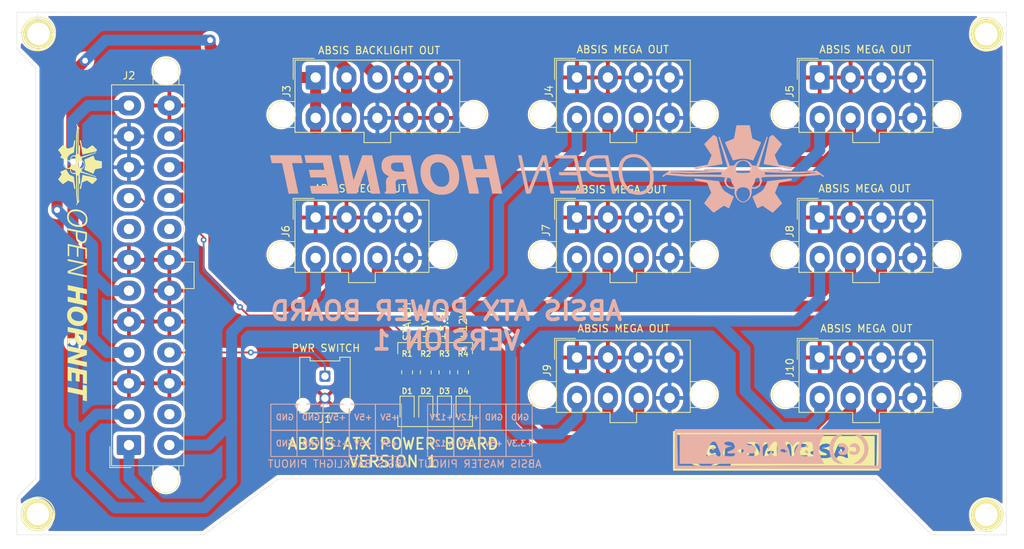
<source format=kicad_pcb>
(kicad_pcb (version 20171130) (host pcbnew "(5.1.7)-1")
  (layers (0 F.Cu mixed) (31 B.Cu mixed) (34 B.Paste user) (35 F.Paste user) (36 B.SilkS user) (37 F.SilkS user) (38 B.Mask user) (39 F.Mask user) (44 Edge.Cuts user))
  (net 0 "")
  (net 1 GND)
  (net 2 "Net-(D1-Pad1)")
  (net 3 "Net-(D2-Pad1)")
  (net 4 "Net-(D3-Pad1)")
  (net 5 "Net-(D4-Pad1)")
  (net 6 /PS_ON)
  (net 7 /+5V_SUPPLY)
  (net 8 "Net-(J2-Pad20)")
  (net 9 "Net-(J2-Pad14)")
  (net 10 /+3.3V_SUPPLY)
  (net 11 /+12V_SUPPLY)
  (net 12 /+5VSB_SUPPLY)
  (net 13 /PWR_OK)
  (module KiCAD_Libraries:CC-BY-NC-SA-Small (layer B.Cu) (at 139.192 112.776 180)
    (fp_text reference G*** hide)
    (fp_text value LOGO hide)
  )
  (module KiCAD_Libraries:OH_LOGO_75.4mm_11.9mm (layer B.Cu) (at 107.696 74.676 180)
    (fp_text reference G*** hide)
    (fp_text value LOGO hide)
  )
  (module Connector_Molex:Molex_Mini-Fit_Jr_5566-08A2_2x04_P4.20mm_Vertical (layer F.Cu) (at 144.78 62.23)
    (fp_text reference J5 (at -4.064 1.905 90) (layer F.SilkS))
    (fp_text value "MEGA BUS POWER")
    (pad "" np_thru_hole circle (at 17.3 5.04) (size 3 3) (drill 3) (layers *.Cu *.Mask))
    (pad "" np_thru_hole circle (at -4.7 5.04) (size 3 3) (drill 3) (layers *.Cu *.Mask))
    (pad 8 thru_hole oval (at 12.6 5.5) (size 2.7 3.3) (drill 1.4) (layers *.Cu *.Mask) (net 11 /+12V_SUPPLY))
    (pad 7 thru_hole oval (at 8.4 5.5) (size 2.7 3.3) (drill 1.4) (layers *.Cu *.Mask) (net 7 /+5V_SUPPLY))
    (pad 6 thru_hole oval (at 4.2 5.5) (size 2.7 3.3) (drill 1.4) (layers *.Cu *.Mask) (net 7 /+5V_SUPPLY))
    (pad 5 thru_hole oval (at 0 5.5) (size 2.7 3.3) (drill 1.4) (layers *.Cu *.Mask) (net 10 /+3.3V_SUPPLY))
    (pad 4 thru_hole oval (at 12.6 0) (size 2.7 3.3) (drill 1.4) (layers *.Cu *.Mask) (net 11 /+12V_SUPPLY))
    (pad 3 thru_hole oval (at 8.4 0) (size 2.7 3.3) (drill 1.4) (layers *.Cu *.Mask) (net 11 /+12V_SUPPLY))
    (pad 2 thru_hole oval (at 4.2 0) (size 2.7 3.3) (drill 1.4) (layers *.Cu *.Mask) (net 1 GND))
    (pad 1 thru_hole roundrect (at 0 0) (size 2.7 3.3) (drill 1.4) (layers *.Cu *.Mask) (roundrect_rratio 0.09259299999999999) (net 1 GND))
  )
  (module KiCAD_Libraries:CC-BY-NC-SA-Small (layer F.Cu) (at 138.7856 113.03)
    (fp_text reference G*** hide)
    (fp_text value LOGO hide)
  )
  (module KiCAD_Libraries:OH_LOGO_37.7mm_5.9mm (layer F.Cu) (at 44.1452 87.4268 270)
    (fp_text reference G*** hide)
    (fp_text value LOGO hide)
  )
  (module Connector_Molex:Molex_Mini-Fit_Jr_5566-08A2_2x04_P4.20mm_Vertical (layer F.Cu) (at 144.78 100.33)
    (fp_text reference J10 (at -4.064 1.397 90) (layer F.SilkS))
    (fp_text value "MEGA BUS POWER")
    (pad "" np_thru_hole circle (at 17.3 5.04) (size 3 3) (drill 3) (layers *.Cu *.Mask))
    (pad "" np_thru_hole circle (at -4.7 5.04) (size 3 3) (drill 3) (layers *.Cu *.Mask))
    (pad 8 thru_hole oval (at 12.6 5.5) (size 2.7 3.3) (drill 1.4) (layers *.Cu *.Mask) (net 11 /+12V_SUPPLY))
    (pad 7 thru_hole oval (at 8.4 5.5) (size 2.7 3.3) (drill 1.4) (layers *.Cu *.Mask) (net 7 /+5V_SUPPLY))
    (pad 6 thru_hole oval (at 4.2 5.5) (size 2.7 3.3) (drill 1.4) (layers *.Cu *.Mask) (net 7 /+5V_SUPPLY))
    (pad 5 thru_hole oval (at 0 5.5) (size 2.7 3.3) (drill 1.4) (layers *.Cu *.Mask) (net 10 /+3.3V_SUPPLY))
    (pad 4 thru_hole oval (at 12.6 0) (size 2.7 3.3) (drill 1.4) (layers *.Cu *.Mask) (net 11 /+12V_SUPPLY))
    (pad 3 thru_hole oval (at 8.4 0) (size 2.7 3.3) (drill 1.4) (layers *.Cu *.Mask) (net 11 /+12V_SUPPLY))
    (pad 2 thru_hole oval (at 4.2 0) (size 2.7 3.3) (drill 1.4) (layers *.Cu *.Mask) (net 1 GND))
    (pad 1 thru_hole roundrect (at 0 0) (size 2.7 3.3) (drill 1.4) (layers *.Cu *.Mask) (roundrect_rratio 0.09259299999999999) (net 1 GND))
  )
  (module Socket_Arduino_Mega:Arduino_1pin (layer F.Cu) (at 167.4368 56.3372)
    (fp_text reference H4 hide)
    (fp_text value MountingHole)
    (pad 1 thru_hole circle (at 0 0) (size 4.064 4.064) (drill 3.048) (layers *.Cu *.Mask F.SilkS))
  )
  (module Socket_Arduino_Mega:Arduino_1pin (layer F.Cu) (at 38.4048 121.6152)
    (fp_text reference H3 hide)
    (fp_text value MountingHole)
    (pad 1 thru_hole circle (at 0 0) (size 4.064 4.064) (drill 3.048) (layers *.Cu *.Mask F.SilkS))
  )
  (module Socket_Arduino_Mega:Arduino_1pin (layer F.Cu) (at 167.4368 121.7168)
    (fp_text reference H2 hide)
    (fp_text value MountingHole)
    (pad 1 thru_hole circle (at 0 0) (size 4.064 4.064) (drill 3.048) (layers *.Cu *.Mask F.SilkS))
  )
  (module Socket_Arduino_Mega:Arduino_1pin (layer F.Cu) (at 38.5064 56.2864)
    (fp_text reference H1 hide)
    (fp_text value MountingHole)
    (pad 1 thru_hole circle (at 0 0) (size 4.064 4.064) (drill 3.048) (layers *.Cu *.Mask F.SilkS))
  )
  (module Resistor_SMD:R_0805_2012Metric_Pad1.20x1.40mm_HandSolder (layer F.Cu) (at 96.266 102.346 90)
    (fp_text reference R4 (at 2.524 0 180) (layer F.SilkS) (effects (font (size 0.75 0.75))))
    (fp_text value 560)
    (pad 2 smd roundrect (at 1 0 90) (size 1.2 1.4) (layers F.Cu F.Paste F.Mask) (roundrect_rratio 0.208333) (net 11 /+12V_SUPPLY))
    (pad 1 smd roundrect (at -1 0 90) (size 1.2 1.4) (layers F.Cu F.Paste F.Mask) (roundrect_rratio 0.208333) (net 5 "Net-(D4-Pad1)"))
  )
  (module Resistor_SMD:R_0805_2012Metric_Pad1.20x1.40mm_HandSolder (layer F.Cu) (at 93.726 102.346 90)
    (fp_text reference R3 (at 2.524 0 180) (layer F.SilkS) (effects (font (size 0.75 0.75))))
    (fp_text value 56)
    (pad 2 smd roundrect (at 1 0 90) (size 1.2 1.4) (layers F.Cu F.Paste F.Mask) (roundrect_rratio 0.208333) (net 10 /+3.3V_SUPPLY))
    (pad 1 smd roundrect (at -1 0 90) (size 1.2 1.4) (layers F.Cu F.Paste F.Mask) (roundrect_rratio 0.208333) (net 4 "Net-(D3-Pad1)"))
  )
  (module Resistor_SMD:R_0805_2012Metric_Pad1.20x1.40mm_HandSolder (layer F.Cu) (at 91.186 102.346 90)
    (fp_text reference R2 (at 2.524 0 180) (layer F.SilkS) (effects (font (size 0.75 0.75))))
    (fp_text value 150)
    (pad 2 smd roundrect (at 1 0 90) (size 1.2 1.4) (layers F.Cu F.Paste F.Mask) (roundrect_rratio 0.208333) (net 7 /+5V_SUPPLY))
    (pad 1 smd roundrect (at -1 0 90) (size 1.2 1.4) (layers F.Cu F.Paste F.Mask) (roundrect_rratio 0.208333) (net 3 "Net-(D2-Pad1)"))
  )
  (module Resistor_SMD:R_0805_2012Metric_Pad1.20x1.40mm_HandSolder (layer F.Cu) (at 88.646 102.346 90)
    (fp_text reference R1 (at 2.524 0 180) (layer F.SilkS) (effects (font (size 0.75 0.75))))
    (fp_text value 150)
    (pad 2 smd roundrect (at 1 0 90) (size 1.2 1.4) (layers F.Cu F.Paste F.Mask) (roundrect_rratio 0.208333) (net 12 /+5VSB_SUPPLY))
    (pad 1 smd roundrect (at -1 0 90) (size 1.2 1.4) (layers F.Cu F.Paste F.Mask) (roundrect_rratio 0.208333) (net 2 "Net-(D1-Pad1)"))
  )
  (module Connector_Molex:Molex_Mini-Fit_Jr_5566-08A2_2x04_P4.20mm_Vertical (layer F.Cu) (at 111.76 100.33)
    (fp_text reference J9 (at -4.064 1.778 90) (layer F.SilkS))
    (fp_text value "MEGA BUS POWER")
    (pad "" np_thru_hole circle (at 17.3 5.04) (size 3 3) (drill 3) (layers *.Cu *.Mask))
    (pad "" np_thru_hole circle (at -4.7 5.04) (size 3 3) (drill 3) (layers *.Cu *.Mask))
    (pad 8 thru_hole oval (at 12.6 5.5) (size 2.7 3.3) (drill 1.4) (layers *.Cu *.Mask) (net 11 /+12V_SUPPLY))
    (pad 7 thru_hole oval (at 8.4 5.5) (size 2.7 3.3) (drill 1.4) (layers *.Cu *.Mask) (net 7 /+5V_SUPPLY))
    (pad 6 thru_hole oval (at 4.2 5.5) (size 2.7 3.3) (drill 1.4) (layers *.Cu *.Mask) (net 7 /+5V_SUPPLY))
    (pad 5 thru_hole oval (at 0 5.5) (size 2.7 3.3) (drill 1.4) (layers *.Cu *.Mask) (net 10 /+3.3V_SUPPLY))
    (pad 4 thru_hole oval (at 12.6 0) (size 2.7 3.3) (drill 1.4) (layers *.Cu *.Mask) (net 11 /+12V_SUPPLY))
    (pad 3 thru_hole oval (at 8.4 0) (size 2.7 3.3) (drill 1.4) (layers *.Cu *.Mask) (net 11 /+12V_SUPPLY))
    (pad 2 thru_hole oval (at 4.2 0) (size 2.7 3.3) (drill 1.4) (layers *.Cu *.Mask) (net 1 GND))
    (pad 1 thru_hole roundrect (at 0 0) (size 2.7 3.3) (drill 1.4) (layers *.Cu *.Mask) (roundrect_rratio 0.09259299999999999) (net 1 GND))
  )
  (module Connector_Molex:Molex_Mini-Fit_Jr_5566-08A2_2x04_P4.20mm_Vertical (layer F.Cu) (at 144.78 81.28)
    (fp_text reference J8 (at -4.064 1.905 90) (layer F.SilkS))
    (fp_text value "MEGA BUS POWER")
    (pad "" np_thru_hole circle (at 17.3 5.04) (size 3 3) (drill 3) (layers *.Cu *.Mask))
    (pad "" np_thru_hole circle (at -4.7 5.04) (size 3 3) (drill 3) (layers *.Cu *.Mask))
    (pad 8 thru_hole oval (at 12.6 5.5) (size 2.7 3.3) (drill 1.4) (layers *.Cu *.Mask) (net 11 /+12V_SUPPLY))
    (pad 7 thru_hole oval (at 8.4 5.5) (size 2.7 3.3) (drill 1.4) (layers *.Cu *.Mask) (net 7 /+5V_SUPPLY))
    (pad 6 thru_hole oval (at 4.2 5.5) (size 2.7 3.3) (drill 1.4) (layers *.Cu *.Mask) (net 7 /+5V_SUPPLY))
    (pad 5 thru_hole oval (at 0 5.5) (size 2.7 3.3) (drill 1.4) (layers *.Cu *.Mask) (net 10 /+3.3V_SUPPLY))
    (pad 4 thru_hole oval (at 12.6 0) (size 2.7 3.3) (drill 1.4) (layers *.Cu *.Mask) (net 11 /+12V_SUPPLY))
    (pad 3 thru_hole oval (at 8.4 0) (size 2.7 3.3) (drill 1.4) (layers *.Cu *.Mask) (net 11 /+12V_SUPPLY))
    (pad 2 thru_hole oval (at 4.2 0) (size 2.7 3.3) (drill 1.4) (layers *.Cu *.Mask) (net 1 GND))
    (pad 1 thru_hole roundrect (at 0 0) (size 2.7 3.3) (drill 1.4) (layers *.Cu *.Mask) (roundrect_rratio 0.09259299999999999) (net 1 GND))
  )
  (module Connector_Molex:Molex_Mini-Fit_Jr_5566-08A2_2x04_P4.20mm_Vertical (layer F.Cu) (at 111.76 81.28)
    (fp_text reference J7 (at -4.191 1.778 90) (layer F.SilkS))
    (fp_text value "MEGA BUS POWER")
    (pad "" np_thru_hole circle (at 17.3 5.04) (size 3 3) (drill 3) (layers *.Cu *.Mask))
    (pad "" np_thru_hole circle (at -4.7 5.04) (size 3 3) (drill 3) (layers *.Cu *.Mask))
    (pad 8 thru_hole oval (at 12.6 5.5) (size 2.7 3.3) (drill 1.4) (layers *.Cu *.Mask) (net 11 /+12V_SUPPLY))
    (pad 7 thru_hole oval (at 8.4 5.5) (size 2.7 3.3) (drill 1.4) (layers *.Cu *.Mask) (net 7 /+5V_SUPPLY))
    (pad 6 thru_hole oval (at 4.2 5.5) (size 2.7 3.3) (drill 1.4) (layers *.Cu *.Mask) (net 7 /+5V_SUPPLY))
    (pad 5 thru_hole oval (at 0 5.5) (size 2.7 3.3) (drill 1.4) (layers *.Cu *.Mask) (net 10 /+3.3V_SUPPLY))
    (pad 4 thru_hole oval (at 12.6 0) (size 2.7 3.3) (drill 1.4) (layers *.Cu *.Mask) (net 11 /+12V_SUPPLY))
    (pad 3 thru_hole oval (at 8.4 0) (size 2.7 3.3) (drill 1.4) (layers *.Cu *.Mask) (net 11 /+12V_SUPPLY))
    (pad 2 thru_hole oval (at 4.2 0) (size 2.7 3.3) (drill 1.4) (layers *.Cu *.Mask) (net 1 GND))
    (pad 1 thru_hole roundrect (at 0 0) (size 2.7 3.3) (drill 1.4) (layers *.Cu *.Mask) (roundrect_rratio 0.09259299999999999) (net 1 GND))
  )
  (module Connector_Molex:Molex_Mini-Fit_Jr_5566-08A2_2x04_P4.20mm_Vertical (layer F.Cu) (at 76.2 81.28)
    (fp_text reference J6 (at -4.064 1.905 90) (layer F.SilkS))
    (fp_text value "MEGA BUS POWER")
    (pad "" np_thru_hole circle (at 17.3 5.04) (size 3 3) (drill 3) (layers *.Cu *.Mask))
    (pad "" np_thru_hole circle (at -4.7 5.04) (size 3 3) (drill 3) (layers *.Cu *.Mask))
    (pad 8 thru_hole oval (at 12.6 5.5) (size 2.7 3.3) (drill 1.4) (layers *.Cu *.Mask) (net 11 /+12V_SUPPLY))
    (pad 7 thru_hole oval (at 8.4 5.5) (size 2.7 3.3) (drill 1.4) (layers *.Cu *.Mask) (net 7 /+5V_SUPPLY))
    (pad 6 thru_hole oval (at 4.2 5.5) (size 2.7 3.3) (drill 1.4) (layers *.Cu *.Mask) (net 7 /+5V_SUPPLY))
    (pad 5 thru_hole oval (at 0 5.5) (size 2.7 3.3) (drill 1.4) (layers *.Cu *.Mask) (net 10 /+3.3V_SUPPLY))
    (pad 4 thru_hole oval (at 12.6 0) (size 2.7 3.3) (drill 1.4) (layers *.Cu *.Mask) (net 11 /+12V_SUPPLY))
    (pad 3 thru_hole oval (at 8.4 0) (size 2.7 3.3) (drill 1.4) (layers *.Cu *.Mask) (net 11 /+12V_SUPPLY))
    (pad 2 thru_hole oval (at 4.2 0) (size 2.7 3.3) (drill 1.4) (layers *.Cu *.Mask) (net 1 GND))
    (pad 1 thru_hole roundrect (at 0 0) (size 2.7 3.3) (drill 1.4) (layers *.Cu *.Mask) (roundrect_rratio 0.09259299999999999) (net 1 GND))
  )
  (module Connector_Molex:Molex_Mini-Fit_Jr_5566-08A2_2x04_P4.20mm_Vertical (layer F.Cu) (at 111.76 62.23)
    (fp_text reference J4 (at -3.81 1.905 90) (layer F.SilkS))
    (fp_text value "MEGA BUS POWER")
    (pad "" np_thru_hole circle (at 17.3 5.04) (size 3 3) (drill 3) (layers *.Cu *.Mask))
    (pad "" np_thru_hole circle (at -4.7 5.04) (size 3 3) (drill 3) (layers *.Cu *.Mask))
    (pad 8 thru_hole oval (at 12.6 5.5) (size 2.7 3.3) (drill 1.4) (layers *.Cu *.Mask) (net 11 /+12V_SUPPLY))
    (pad 7 thru_hole oval (at 8.4 5.5) (size 2.7 3.3) (drill 1.4) (layers *.Cu *.Mask) (net 7 /+5V_SUPPLY))
    (pad 6 thru_hole oval (at 4.2 5.5) (size 2.7 3.3) (drill 1.4) (layers *.Cu *.Mask) (net 7 /+5V_SUPPLY))
    (pad 5 thru_hole oval (at 0 5.5) (size 2.7 3.3) (drill 1.4) (layers *.Cu *.Mask) (net 10 /+3.3V_SUPPLY))
    (pad 4 thru_hole oval (at 12.6 0) (size 2.7 3.3) (drill 1.4) (layers *.Cu *.Mask) (net 11 /+12V_SUPPLY))
    (pad 3 thru_hole oval (at 8.4 0) (size 2.7 3.3) (drill 1.4) (layers *.Cu *.Mask) (net 11 /+12V_SUPPLY))
    (pad 2 thru_hole oval (at 4.2 0) (size 2.7 3.3) (drill 1.4) (layers *.Cu *.Mask) (net 1 GND))
    (pad 1 thru_hole roundrect (at 0 0) (size 2.7 3.3) (drill 1.4) (layers *.Cu *.Mask) (roundrect_rratio 0.09259299999999999) (net 1 GND))
  )
  (module Connector_Molex:Molex_Mini-Fit_Jr_5566-10A2_2x05_P4.20mm_Vertical (layer F.Cu) (at 76.2 62.23)
    (fp_text reference J3 (at -3.937 1.905 90) (layer F.SilkS))
    (fp_text value "ABSIS BACKLIGHT PWR")
    (pad "" np_thru_hole circle (at 21.5 5.04) (size 3 3) (drill 3) (layers *.Cu *.Mask))
    (pad "" np_thru_hole circle (at -4.7 5.04) (size 3 3) (drill 3) (layers *.Cu *.Mask))
    (pad 10 thru_hole oval (at 16.8 5.5) (size 2.7 3.3) (drill 1.4) (layers *.Cu *.Mask) (net 1 GND))
    (pad 9 thru_hole oval (at 12.6 5.5) (size 2.7 3.3) (drill 1.4) (layers *.Cu *.Mask) (net 1 GND))
    (pad 8 thru_hole oval (at 8.4 5.5) (size 2.7 3.3) (drill 1.4) (layers *.Cu *.Mask) (net 11 /+12V_SUPPLY))
    (pad 7 thru_hole oval (at 4.2 5.5) (size 2.7 3.3) (drill 1.4) (layers *.Cu *.Mask) (net 7 /+5V_SUPPLY))
    (pad 6 thru_hole oval (at 0 5.5) (size 2.7 3.3) (drill 1.4) (layers *.Cu *.Mask) (net 7 /+5V_SUPPLY))
    (pad 5 thru_hole oval (at 16.8 0) (size 2.7 3.3) (drill 1.4) (layers *.Cu *.Mask) (net 1 GND))
    (pad 4 thru_hole oval (at 12.6 0) (size 2.7 3.3) (drill 1.4) (layers *.Cu *.Mask) (net 1 GND))
    (pad 3 thru_hole oval (at 8.4 0) (size 2.7 3.3) (drill 1.4) (layers *.Cu *.Mask) (net 7 /+5V_SUPPLY))
    (pad 2 thru_hole oval (at 4.2 0) (size 2.7 3.3) (drill 1.4) (layers *.Cu *.Mask) (net 7 /+5V_SUPPLY))
    (pad 1 thru_hole roundrect (at 0 0) (size 2.7 3.3) (drill 1.4) (layers *.Cu *.Mask) (roundrect_rratio 0.09259299999999999) (net 7 /+5V_SUPPLY))
  )
  (module Connector_Molex:Molex_Mini-Fit_Jr_5566-24A2_2x12_P4.20mm_Vertical (layer F.Cu) (at 50.8 112.24 90)
    (fp_text reference J2 (at 50.264 0 180) (layer F.SilkS))
    (fp_text value ATX-24)
    (pad "" np_thru_hole circle (at 50.9 5.04 90) (size 3 3) (drill 3) (layers *.Cu *.Mask))
    (pad "" np_thru_hole circle (at -4.7 5.04 90) (size 3 3) (drill 3) (layers *.Cu *.Mask))
    (pad 24 thru_hole oval (at 46.2 5.5 90) (size 2.7 3.3) (drill 1.4) (layers *.Cu *.Mask) (net 1 GND))
    (pad 23 thru_hole oval (at 42 5.5 90) (size 2.7 3.3) (drill 1.4) (layers *.Cu *.Mask) (net 7 /+5V_SUPPLY))
    (pad 22 thru_hole oval (at 37.8 5.5 90) (size 2.7 3.3) (drill 1.4) (layers *.Cu *.Mask) (net 7 /+5V_SUPPLY))
    (pad 21 thru_hole oval (at 33.6 5.5 90) (size 2.7 3.3) (drill 1.4) (layers *.Cu *.Mask) (net 7 /+5V_SUPPLY))
    (pad 20 thru_hole oval (at 29.4 5.5 90) (size 2.7 3.3) (drill 1.4) (layers *.Cu *.Mask) (net 8 "Net-(J2-Pad20)"))
    (pad 19 thru_hole oval (at 25.2 5.5 90) (size 2.7 3.3) (drill 1.4) (layers *.Cu *.Mask) (net 1 GND))
    (pad 18 thru_hole oval (at 21 5.5 90) (size 2.7 3.3) (drill 1.4) (layers *.Cu *.Mask) (net 1 GND))
    (pad 17 thru_hole oval (at 16.8 5.5 90) (size 2.7 3.3) (drill 1.4) (layers *.Cu *.Mask) (net 1 GND))
    (pad 16 thru_hole oval (at 12.6 5.5 90) (size 2.7 3.3) (drill 1.4) (layers *.Cu *.Mask) (net 6 /PS_ON))
    (pad 15 thru_hole oval (at 8.4 5.5 90) (size 2.7 3.3) (drill 1.4) (layers *.Cu *.Mask) (net 1 GND))
    (pad 14 thru_hole oval (at 4.2 5.5 90) (size 2.7 3.3) (drill 1.4) (layers *.Cu *.Mask) (net 9 "Net-(J2-Pad14)"))
    (pad 13 thru_hole oval (at 0 5.5 90) (size 2.7 3.3) (drill 1.4) (layers *.Cu *.Mask) (net 10 /+3.3V_SUPPLY))
    (pad 12 thru_hole oval (at 46.2 0 90) (size 2.7 3.3) (drill 1.4) (layers *.Cu *.Mask) (net 10 /+3.3V_SUPPLY))
    (pad 11 thru_hole oval (at 42 0 90) (size 2.7 3.3) (drill 1.4) (layers *.Cu *.Mask) (net 11 /+12V_SUPPLY))
    (pad 10 thru_hole oval (at 37.8 0 90) (size 2.7 3.3) (drill 1.4) (layers *.Cu *.Mask) (net 11 /+12V_SUPPLY))
    (pad 9 thru_hole oval (at 33.6 0 90) (size 2.7 3.3) (drill 1.4) (layers *.Cu *.Mask) (net 12 /+5VSB_SUPPLY))
    (pad 8 thru_hole oval (at 29.4 0 90) (size 2.7 3.3) (drill 1.4) (layers *.Cu *.Mask) (net 13 /PWR_OK))
    (pad 7 thru_hole oval (at 25.2 0 90) (size 2.7 3.3) (drill 1.4) (layers *.Cu *.Mask) (net 1 GND))
    (pad 6 thru_hole oval (at 21 0 90) (size 2.7 3.3) (drill 1.4) (layers *.Cu *.Mask) (net 7 /+5V_SUPPLY))
    (pad 5 thru_hole oval (at 16.8 0 90) (size 2.7 3.3) (drill 1.4) (layers *.Cu *.Mask) (net 1 GND))
    (pad 4 thru_hole oval (at 12.6 0 90) (size 2.7 3.3) (drill 1.4) (layers *.Cu *.Mask) (net 7 /+5V_SUPPLY))
    (pad 3 thru_hole oval (at 8.4 0 90) (size 2.7 3.3) (drill 1.4) (layers *.Cu *.Mask) (net 1 GND))
    (pad 2 thru_hole oval (at 4.2 0 90) (size 2.7 3.3) (drill 1.4) (layers *.Cu *.Mask) (net 10 /+3.3V_SUPPLY))
    (pad 1 thru_hole roundrect (at 0 0 90) (size 2.7 3.3) (drill 1.4) (layers *.Cu *.Mask) (roundrect_rratio 0.09259299999999999) (net 10 /+3.3V_SUPPLY))
  )
  (module Connector_Molex:Molex_Micro-Fit_3.0_43045-0212_2x01_P3.00mm_Vertical (layer F.Cu) (at 77.47 102.87)
    (fp_text reference J1 (at 0 5.842) (layer F.SilkS))
    (fp_text value "Power Swtich")
    (pad 2 thru_hole circle (at 0 3) (size 1.5 1.5) (drill 1) (layers *.Cu *.Mask) (net 1 GND))
    (pad 1 thru_hole roundrect (at 0 0) (size 1.5 1.5) (drill 1) (layers *.Cu *.Mask) (roundrect_rratio 0.166667) (net 6 /PS_ON))
    (pad "" np_thru_hole circle (at 3 3.94) (size 1 1) (drill 1) (layers *.Cu *.Mask))
    (pad "" np_thru_hole circle (at -3 3.94) (size 1 1) (drill 1) (layers *.Cu *.Mask))
  )
  (module LED_SMD:LED_0805_2012Metric_Pad1.15x1.40mm_HandSolder (layer F.Cu) (at 96.266 107.451 270)
    (fp_text reference D4 (at -2.549 0 180) (layer F.SilkS) (effects (font (size 0.75 0.75))))
    (fp_text value "Green LED")
    (pad 2 smd roundrect (at 1.025 0 270) (size 1.15 1.4) (layers F.Cu F.Paste F.Mask) (roundrect_rratio 0.217391) (net 1 GND))
    (pad 1 smd roundrect (at -1.025 0 270) (size 1.15 1.4) (layers F.Cu F.Paste F.Mask) (roundrect_rratio 0.217391) (net 5 "Net-(D4-Pad1)"))
  )
  (module LED_SMD:LED_0805_2012Metric_Pad1.15x1.40mm_HandSolder (layer F.Cu) (at 93.726 107.451 270)
    (fp_text reference D3 (at -2.549 0 180) (layer F.SilkS) (effects (font (size 0.75 0.75))))
    (fp_text value "Green LED")
    (pad 2 smd roundrect (at 1.025 0 270) (size 1.15 1.4) (layers F.Cu F.Paste F.Mask) (roundrect_rratio 0.217391) (net 1 GND))
    (pad 1 smd roundrect (at -1.025 0 270) (size 1.15 1.4) (layers F.Cu F.Paste F.Mask) (roundrect_rratio 0.217391) (net 4 "Net-(D3-Pad1)"))
  )
  (module LED_SMD:LED_0805_2012Metric_Pad1.15x1.40mm_HandSolder (layer F.Cu) (at 91.186 107.451 270)
    (fp_text reference D2 (at -2.549 0 180) (layer F.SilkS) (effects (font (size 0.75 0.75))))
    (fp_text value "Green LED")
    (pad 2 smd roundrect (at 1.025 0 270) (size 1.15 1.4) (layers F.Cu F.Paste F.Mask) (roundrect_rratio 0.217391) (net 1 GND))
    (pad 1 smd roundrect (at -1.025 0 270) (size 1.15 1.4) (layers F.Cu F.Paste F.Mask) (roundrect_rratio 0.217391) (net 3 "Net-(D2-Pad1)"))
  )
  (module LED_SMD:LED_0805_2012Metric_Pad1.15x1.40mm_HandSolder (layer F.Cu) (at 88.646 107.451 270)
    (fp_text reference D1 (at -2.549 0 180) (layer F.SilkS) (effects (font (size 0.75 0.75))))
    (fp_text value "Green LED")
    (pad 2 smd roundrect (at 1.025 0 270) (size 1.15 1.4) (layers F.Cu F.Paste F.Mask) (roundrect_rratio 0.217391) (net 1 GND))
    (pad 1 smd roundrect (at -1.025 0 270) (size 1.15 1.4) (layers F.Cu F.Paste F.Mask) (roundrect_rratio 0.217391) (net 2 "Net-(D1-Pad1)"))
  )
  (gr_text "ABSIS ATX POWER BOARD\nVERSION 1" (at 93.98 96.012) (layer B.SilkS) (effects (font (size 2.5 2.5) (thickness 0.5)) (justify mirror)))
  (gr_text "ABSIS MASTER PINOUT" (at 98.552 114.808) (layer B.SilkS) (effects (font (size 1 1)) (justify mirror)))
  (gr_text "ABSIS BACKLIGHT PINOUT" (at 79.248 114.808) (layer B.SilkS) (effects (font (size 1 1)) (justify mirror)))
  (gr_text GND (at 72.009 108.458) (layer B.SilkS) (effects (font (size 0.8 0.8)) (justify mirror)))
  (gr_text GND (at 72.009 112.014) (layer B.SilkS) (effects (font (size 0.8 0.8)) (justify mirror)))
  (gr_line (start 73.66 106.68) (end 70.104 106.68) (layer B.SilkS) (width 0.12))
  (gr_line (start 70.104 113.792) (end 70.104 110.236) (layer B.SilkS) (width 0.12))
  (gr_line (start 73.66 113.792) (end 70.104 113.792) (layer B.SilkS) (width 0.12))
  (gr_line (start 70.104 110.236) (end 70.104 106.68) (layer B.SilkS) (width 0.12))
  (gr_line (start 73.66 110.236) (end 70.104 110.236) (layer B.SilkS) (width 0.12))
  (gr_line (start 73.66 110.236) (end 70.104 110.236) (layer B.SilkS) (width 0.12))
  (gr_line (start 80.772 110.236) (end 80.772 106.68) (layer B.SilkS) (width 0.12))
  (gr_line (start 84.328 110.236) (end 80.772 110.236) (layer B.SilkS) (width 0.12))
  (gr_line (start 77.216 113.792) (end 77.216 110.236) (layer B.SilkS) (width 0.12))
  (gr_line (start 77.216 110.236) (end 73.66 110.236) (layer B.SilkS) (width 0.12))
  (gr_line (start 87.884 106.68) (end 84.328 106.68) (layer B.SilkS) (width 0.12))
  (gr_line (start 80.772 113.792) (end 80.772 110.236) (layer B.SilkS) (width 0.12))
  (gr_line (start 87.884 110.236) (end 84.328 110.236) (layer B.SilkS) (width 0.12))
  (gr_line (start 84.328 113.792) (end 80.772 113.792) (layer B.SilkS) (width 0.12))
  (gr_line (start 80.772 110.236) (end 77.216 110.236) (layer B.SilkS) (width 0.12))
  (gr_line (start 87.884 113.792) (end 84.328 113.792) (layer B.SilkS) (width 0.12))
  (gr_line (start 80.772 113.792) (end 80.772 110.236) (layer B.SilkS) (width 0.12))
  (gr_line (start 84.328 106.68) (end 80.772 106.68) (layer B.SilkS) (width 0.12))
  (gr_line (start 77.216 113.792) (end 73.66 113.792) (layer B.SilkS) (width 0.12))
  (gr_line (start 80.772 106.68) (end 77.216 106.68) (layer B.SilkS) (width 0.12))
  (gr_line (start 84.328 110.236) (end 84.328 106.68) (layer B.SilkS) (width 0.12))
  (gr_line (start 80.772 110.236) (end 77.216 110.236) (layer B.SilkS) (width 0.12))
  (gr_line (start 84.328 110.236) (end 80.772 110.236) (layer B.SilkS) (width 0.12))
  (gr_line (start 87.884 110.236) (end 87.884 106.68) (layer B.SilkS) (width 0.12))
  (gr_line (start 84.328 113.792) (end 84.328 110.236) (layer B.SilkS) (width 0.12))
  (gr_line (start 80.772 110.236) (end 80.772 106.68) (layer B.SilkS) (width 0.12))
  (gr_line (start 84.328 113.792) (end 84.328 110.236) (layer B.SilkS) (width 0.12))
  (gr_line (start 87.884 110.236) (end 84.328 110.236) (layer B.SilkS) (width 0.12))
  (gr_line (start 87.884 113.792) (end 87.884 110.236) (layer B.SilkS) (width 0.12))
  (gr_line (start 77.216 110.236) (end 77.216 106.68) (layer B.SilkS) (width 0.12))
  (gr_line (start 80.772 113.792) (end 77.216 113.792) (layer B.SilkS) (width 0.12))
  (gr_line (start 84.328 110.236) (end 84.328 106.68) (layer B.SilkS) (width 0.12))
  (gr_text +5V (at 82.677 108.458) (layer B.SilkS) (effects (font (size 0.8 0.8)) (justify mirror)))
  (gr_text +5V (at 82.677 112.014) (layer B.SilkS) (effects (font (size 0.8 0.8)) (justify mirror)))
  (gr_text +5V (at 79.121 108.458) (layer B.SilkS) (effects (font (size 0.8 0.8)) (justify mirror)))
  (gr_text +12V (at 79.121 112.014) (layer B.SilkS) (effects (font (size 0.8 0.8)) (justify mirror)))
  (gr_text GND (at 75.565 108.458) (layer B.SilkS) (effects (font (size 0.8 0.8)) (justify mirror)))
  (gr_text GND (at 75.565 112.014) (layer B.SilkS) (effects (font (size 0.8 0.8)) (justify mirror)))
  (gr_line (start 77.216 113.792) (end 77.216 110.236) (layer B.SilkS) (width 0.12))
  (gr_line (start 73.66 113.792) (end 73.66 110.236) (layer B.SilkS) (width 0.12))
  (gr_line (start 77.216 110.236) (end 73.66 110.236) (layer B.SilkS) (width 0.12))
  (gr_line (start 77.216 106.68) (end 73.66 106.68) (layer B.SilkS) (width 0.12))
  (gr_line (start 77.216 110.236) (end 77.216 106.68) (layer B.SilkS) (width 0.12))
  (gr_line (start 73.66 110.236) (end 73.66 106.68) (layer B.SilkS) (width 0.12))
  (gr_text +5V (at 86.233 108.458) (layer B.SilkS) (effects (font (size 0.8 0.8)) (justify mirror)))
  (gr_text +5V (at 86.233 112.014) (layer B.SilkS) (effects (font (size 0.8 0.8)) (justify mirror)))
  (gr_line (start 105.664 110.236) (end 102.108 110.236) (layer B.SilkS) (width 0.12))
  (gr_line (start 105.664 113.792) (end 102.108 113.792) (layer B.SilkS) (width 0.12))
  (gr_text GND (at 104.013 108.458) (layer B.SilkS) (effects (font (size 0.8 0.8)) (justify mirror)))
  (gr_text +3.3V (at 104.013 112.014) (layer B.SilkS) (effects (font (size 0.8 0.8)) (justify mirror)))
  (gr_line (start 105.664 113.792) (end 105.664 110.236) (layer B.SilkS) (width 0.12))
  (gr_line (start 102.108 113.792) (end 102.108 110.236) (layer B.SilkS) (width 0.12))
  (gr_line (start 105.664 110.236) (end 102.108 110.236) (layer B.SilkS) (width 0.12))
  (gr_line (start 105.664 106.68) (end 102.108 106.68) (layer B.SilkS) (width 0.12))
  (gr_line (start 105.664 110.236) (end 105.664 106.68) (layer B.SilkS) (width 0.12))
  (gr_line (start 102.108 110.236) (end 102.108 106.68) (layer B.SilkS) (width 0.12))
  (gr_line (start 102.108 110.236) (end 98.552 110.236) (layer B.SilkS) (width 0.12))
  (gr_line (start 102.108 113.792) (end 98.552 113.792) (layer B.SilkS) (width 0.12))
  (gr_text GND (at 100.457 108.458) (layer B.SilkS) (effects (font (size 0.8 0.8)) (justify mirror)))
  (gr_text +5V (at 100.457 112.014) (layer B.SilkS) (effects (font (size 0.8 0.8)) (justify mirror)))
  (gr_line (start 102.108 113.792) (end 102.108 110.236) (layer B.SilkS) (width 0.12))
  (gr_line (start 98.552 113.792) (end 98.552 110.236) (layer B.SilkS) (width 0.12))
  (gr_line (start 102.108 110.236) (end 98.552 110.236) (layer B.SilkS) (width 0.12))
  (gr_line (start 102.108 106.68) (end 98.552 106.68) (layer B.SilkS) (width 0.12))
  (gr_line (start 102.108 110.236) (end 102.108 106.68) (layer B.SilkS) (width 0.12))
  (gr_line (start 98.552 110.236) (end 98.552 106.68) (layer B.SilkS) (width 0.12))
  (gr_line (start 98.552 110.236) (end 94.996 110.236) (layer B.SilkS) (width 0.12))
  (gr_line (start 98.552 113.792) (end 94.996 113.792) (layer B.SilkS) (width 0.12))
  (gr_text +12V (at 96.901 108.458) (layer B.SilkS) (effects (font (size 0.8 0.8)) (justify mirror)))
  (gr_text +5V (at 96.901 112.014) (layer B.SilkS) (effects (font (size 0.8 0.8)) (justify mirror)))
  (gr_line (start 98.552 113.792) (end 98.552 110.236) (layer B.SilkS) (width 0.12))
  (gr_line (start 94.996 113.792) (end 94.996 110.236) (layer B.SilkS) (width 0.12))
  (gr_line (start 98.552 110.236) (end 94.996 110.236) (layer B.SilkS) (width 0.12))
  (gr_line (start 98.552 106.68) (end 94.996 106.68) (layer B.SilkS) (width 0.12))
  (gr_line (start 98.552 110.236) (end 98.552 106.68) (layer B.SilkS) (width 0.12))
  (gr_line (start 94.996 110.236) (end 94.996 106.68) (layer B.SilkS) (width 0.12))
  (gr_text +12V (at 93.345 112.014) (layer B.SilkS) (effects (font (size 0.8 0.8)) (justify mirror)))
  (gr_line (start 94.996 113.792) (end 91.44 113.792) (layer B.SilkS) (width 0.12))
  (gr_line (start 94.996 110.236) (end 91.44 110.236) (layer B.SilkS) (width 0.12))
  (gr_line (start 94.996 113.792) (end 94.996 110.236) (layer B.SilkS) (width 0.12))
  (gr_line (start 91.44 113.792) (end 91.44 110.236) (layer B.SilkS) (width 0.12))
  (gr_line (start 94.996 106.68) (end 91.44 106.68) (layer B.SilkS) (width 0.12))
  (gr_line (start 94.996 110.236) (end 94.996 106.68) (layer B.SilkS) (width 0.12))
  (gr_line (start 91.44 110.236) (end 91.44 106.68) (layer B.SilkS) (width 0.12))
  (gr_line (start 94.996 110.236) (end 91.44 110.236) (layer B.SilkS) (width 0.12))
  (gr_text +12V (at 93.345 108.458) (layer B.SilkS) (effects (font (size 0.8 0.8)) (justify mirror)))
  (gr_text "ABSIS ATX POWER BOARD\nVERSION 1" (at 86.741 113.284) (layer F.SilkS) (effects (font (size 1.5 1.5) (thickness 0.25))))
  (gr_text "PWR SWITCH" (at 77.597 99.06) (layer F.SilkS) (effects (font (size 1 1))))
  (gr_text "ABSIS MEGA OUT" (at 118.11 96.393) (layer F.SilkS) (effects (font (size 1 1))))
  (gr_text "ABSIS MEGA OUT" (at 151.13 96.393) (layer F.SilkS) (effects (font (size 1 1))))
  (gr_text "ABSIS MEGA OUT" (at 151.003 58.42) (layer F.SilkS) (effects (font (size 1 1))))
  (gr_text "ABSIS MEGA OUT" (at 150.876 77.343) (layer F.SilkS) (effects (font (size 1 1))))
  (gr_text "ABSIS MEGA OUT" (at 117.729 77.47) (layer F.SilkS) (effects (font (size 1 1))))
  (gr_text "ABSIS MEGA OUT" (at 82.296 77.343) (layer F.SilkS) (effects (font (size 1 1))))
  (gr_text "ABSIS MEGA OUT" (at 117.983 58.42) (layer F.SilkS) (effects (font (size 1 1))))
  (gr_text "ABSIS BACKLIGHT OUT" (at 84.836 58.547) (layer F.SilkS) (effects (font (size 1 1))))
  (gr_line (start 160.02 124.46) (end 170.18 124.46) (layer Edge.Cuts) (width 0.05))
  (gr_line (start 40.64 124.46) (end 60.96 124.46) (layer Edge.Cuts) (width 0.05))
  (gr_line (start 71.12 116.84) (end 60.96 124.46) (layer Edge.Cuts) (width 0.05))
  (gr_line (start 152.4 116.84) (end 71.12 116.84) (layer Edge.Cuts) (width 0.05))
  (gr_line (start 160.02 124.46) (end 152.4 116.84) (layer Edge.Cuts) (width 0.05))
  (gr_line (start 170.18 124.46) (end 170.18 53.34) (layer Edge.Cuts) (width 0.05))
  (gr_line (start 170.18 53.34) (end 40.64 53.34) (layer Edge.Cuts) (width 0.05))
  (gr_line (start 97.536 108.204) (end 97.536 109.728) (layer F.SilkS) (width 0.12))
  (gr_line (start 97.536 109.728) (end 87.376 109.728) (layer F.SilkS) (width 0.12))
  (gr_line (start 87.376 109.728) (end 87.376 108.204) (layer F.SilkS) (width 0.12))
  (gr_line (start 97.536 98.298) (end 97.536 99.822) (layer F.SilkS) (width 0.12))
  (gr_line (start 87.376 98.298) (end 97.536 98.298) (layer F.SilkS) (width 0.12))
  (gr_line (start 87.376 99.822) (end 87.376 98.298) (layer F.SilkS) (width 0.12))
  (gr_text +12V (at 96.266 98.171 90) (layer F.SilkS) (effects (font (size 1 1)) (justify left)))
  (gr_text +3.3V (at 93.726 98.171 90) (layer F.SilkS) (effects (font (size 1 1)) (justify left)))
  (gr_text +5V (at 91.186 98.171 90) (layer F.SilkS) (effects (font (size 1 1)) (justify left)))
  (gr_text STANBY (at 88.646 98.171 90) (layer F.SilkS) (effects (font (size 1 1)) (justify left)))
  (gr_line (start 38.1 60.96) (end 38.1 116.84) (layer Edge.Cuts) (width 0.05))
  (gr_line (start 35.56 124.46) (end 40.64 124.46) (layer Edge.Cuts) (width 0.05))
  (gr_line (start 35.56 119.38) (end 38.1 116.84) (layer Edge.Cuts) (width 0.05))
  (gr_line (start 35.56 124.46) (end 35.56 119.38) (layer Edge.Cuts) (width 0.05))
  (gr_line (start 35.56 58.42) (end 38.1 60.96) (layer Edge.Cuts) (width 0.05))
  (gr_line (start 35.56 53.34) (end 35.56 58.42) (layer Edge.Cuts) (width 0.05))
  (gr_line (start 35.56 53.34) (end 40.64 53.34) (layer Edge.Cuts) (width 0.05))
  (target plus (at 38.354 56.134) (size 5) (width 0.05) (layer Edge.Cuts))
  (segment (start 88.646 103.346) (end 88.646 106.426) (width 0.25) (layer F.Cu) (net 2))
  (segment (start 91.186 103.346) (end 91.186 106.426) (width 0.25) (layer F.Cu) (net 3))
  (segment (start 93.726 103.346) (end 93.726 106.426) (width 0.25) (layer F.Cu) (net 4))
  (segment (start 96.266 103.346) (end 96.266 106.426) (width 0.25) (layer F.Cu) (net 5))
  (segment (start 56.3 99.64) (end 67.382 99.64) (width 0.25) (layer F.Cu) (net 6))
  (via (at 67.382 99.64) (size 0.8) (drill 0.4) (layers F.Cu B.Cu) (net 6))
  (segment (start 67.382 99.64) (end 75.891 99.64) (width 0.25) (layer B.Cu) (net 6))
  (segment (start 77.47 101.219) (end 77.47 102.87) (width 0.25) (layer B.Cu) (net 6))
  (segment (start 75.891 99.64) (end 77.47 101.219) (width 0.25) (layer B.Cu) (net 6))
  (segment (start 56.3 78.64) (end 60.171 78.64) (width 1.5) (layer F.Cu) (net 7))
  (segment (start 60.171 78.64) (end 62.357 76.454) (width 1.5) (layer F.Cu) (net 7))
  (segment (start 66.04 62.23) (end 76.2 62.23) (width 1.5) (layer F.Cu) (net 7))
  (segment (start 62.357 65.913) (end 66.04 62.23) (width 1.5) (layer F.Cu) (net 7))
  (segment (start 58.03 70.24) (end 62.357 65.913) (width 1.5) (layer F.Cu) (net 7))
  (segment (start 56.3 70.24) (end 58.03 70.24) (width 1.5) (layer F.Cu) (net 7))
  (segment (start 58.783 74.44) (end 62.357 70.866) (width 1.5) (layer F.Cu) (net 7))
  (segment (start 56.3 74.44) (end 58.783 74.44) (width 1.5) (layer F.Cu) (net 7))
  (segment (start 62.357 70.866) (end 62.357 65.913) (width 1.5) (layer F.Cu) (net 7))
  (segment (start 62.357 76.454) (end 62.357 70.866) (width 1.5) (layer F.Cu) (net 7))
  (segment (start 80.4 67.73) (end 80.4 70.095) (width 1.5) (layer F.Cu) (net 7))
  (segment (start 80.4 70.095) (end 76.835 73.66) (width 1.5) (layer F.Cu) (net 7))
  (segment (start 65.151 73.66) (end 62.357 76.454) (width 1.5) (layer F.Cu) (net 7))
  (segment (start 76.2 69.85) (end 72.39 73.66) (width 1.5) (layer F.Cu) (net 7))
  (segment (start 76.2 67.73) (end 76.2 69.85) (width 1.5) (layer F.Cu) (net 7))
  (segment (start 72.39 73.66) (end 65.151 73.66) (width 1.5) (layer F.Cu) (net 7))
  (segment (start 76.835 73.66) (end 72.39 73.66) (width 1.5) (layer F.Cu) (net 7))
  (segment (start 76.2 67.73) (end 76.2 62.23) (width 1.5) (layer F.Cu) (net 7))
  (segment (start 80.4 67.73) (end 80.4 62.23) (width 1.5) (layer F.Cu) (net 7))
  (segment (start 66.04 62.23) (end 68.326 62.23) (width 1.5) (layer F.Cu) (net 7))
  (segment (start 68.326 62.23) (end 72.517 58.039) (width 1.5) (layer F.Cu) (net 7))
  (segment (start 80.409 58.039) (end 84.6 62.23) (width 1.5) (layer F.Cu) (net 7))
  (segment (start 80.4 61.096) (end 77.343 58.039) (width 1.5) (layer F.Cu) (net 7))
  (segment (start 80.4 62.23) (end 80.4 61.096) (width 1.5) (layer F.Cu) (net 7))
  (segment (start 77.343 58.039) (end 80.409 58.039) (width 1.5) (layer F.Cu) (net 7))
  (segment (start 72.517 58.039) (end 77.343 58.039) (width 1.5) (layer F.Cu) (net 7))
  (segment (start 62.357 76.454) (end 62.357 87.757) (width 1.5) (layer F.Cu) (net 7))
  (segment (start 62.357 87.757) (end 67.945 93.345) (width 1.5) (layer F.Cu) (net 7))
  (segment (start 84.6 91.295) (end 84.6 86.78) (width 1.5) (layer F.Cu) (net 7))
  (segment (start 82.55 93.345) (end 84.6 91.295) (width 1.5) (layer F.Cu) (net 7))
  (segment (start 80.4 89.018) (end 76.073 93.345) (width 1.5) (layer F.Cu) (net 7))
  (segment (start 80.4 86.78) (end 80.4 89.018) (width 1.5) (layer F.Cu) (net 7))
  (segment (start 76.073 93.345) (end 82.55 93.345) (width 1.5) (layer F.Cu) (net 7))
  (segment (start 67.945 93.345) (end 76.073 93.345) (width 1.5) (layer F.Cu) (net 7))
  (segment (start 120.16 91.93) (end 120.16 86.78) (width 1.5) (layer F.Cu) (net 7))
  (segment (start 118.745 93.345) (end 120.16 91.93) (width 1.5) (layer F.Cu) (net 7))
  (segment (start 115.96 91.05) (end 113.665 93.345) (width 1.5) (layer F.Cu) (net 7))
  (segment (start 115.96 86.78) (end 115.96 91.05) (width 1.5) (layer F.Cu) (net 7))
  (segment (start 113.665 93.345) (end 118.745 93.345) (width 1.5) (layer F.Cu) (net 7))
  (segment (start 153.18 92.565) (end 153.18 86.78) (width 1.5) (layer F.Cu) (net 7))
  (segment (start 152.4 93.345) (end 153.18 92.565) (width 1.5) (layer F.Cu) (net 7))
  (segment (start 148.98 86.78) (end 148.98 90.415) (width 1.5) (layer F.Cu) (net 7))
  (segment (start 146.05 93.345) (end 152.4 93.345) (width 1.5) (layer F.Cu) (net 7))
  (segment (start 148.98 90.415) (end 146.05 93.345) (width 1.5) (layer F.Cu) (net 7))
  (segment (start 118.745 93.345) (end 146.05 93.345) (width 1.5) (layer F.Cu) (net 7))
  (segment (start 153.18 70.213) (end 153.18 67.73) (width 1.5) (layer F.Cu) (net 7))
  (segment (start 149.733 73.66) (end 153.18 70.213) (width 1.5) (layer F.Cu) (net 7))
  (segment (start 148.98 70.222) (end 145.542 73.66) (width 1.5) (layer F.Cu) (net 7))
  (segment (start 148.98 67.73) (end 148.98 70.222) (width 1.5) (layer F.Cu) (net 7))
  (segment (start 145.542 73.66) (end 149.733 73.66) (width 1.5) (layer F.Cu) (net 7))
  (segment (start 120.16 71.102) (end 117.602 73.66) (width 1.5) (layer F.Cu) (net 7))
  (segment (start 120.16 67.73) (end 120.16 71.102) (width 1.5) (layer F.Cu) (net 7))
  (segment (start 117.602 73.66) (end 145.542 73.66) (width 1.5) (layer F.Cu) (net 7))
  (segment (start 115.96 67.73) (end 115.96 70.984) (width 1.5) (layer F.Cu) (net 7))
  (segment (start 115.96 70.984) (end 113.284 73.66) (width 1.5) (layer F.Cu) (net 7))
  (segment (start 113.284 73.66) (end 117.602 73.66) (width 1.5) (layer F.Cu) (net 7))
  (segment (start 76.835 73.66) (end 113.284 73.66) (width 1.5) (layer F.Cu) (net 7))
  (segment (start 96.012 93.345) (end 97.663 93.345) (width 1.5) (layer F.Cu) (net 7))
  (segment (start 96.012 93.345) (end 113.665 93.345) (width 1.5) (layer F.Cu) (net 7))
  (segment (start 97.663 93.345) (end 104.267 99.949) (width 1.5) (layer F.Cu) (net 7))
  (segment (start 104.267 99.949) (end 104.267 108.839) (width 1.5) (layer F.Cu) (net 7))
  (segment (start 104.267 108.839) (end 107.061 111.633) (width 1.5) (layer F.Cu) (net 7))
  (segment (start 153.18 109.456) (end 153.18 105.83) (width 1.5) (layer F.Cu) (net 7))
  (segment (start 151.003 111.633) (end 153.18 109.456) (width 1.5) (layer F.Cu) (net 7))
  (segment (start 148.98 107.56) (end 144.907 111.633) (width 1.5) (layer F.Cu) (net 7))
  (segment (start 148.98 105.83) (end 148.98 107.56) (width 1.5) (layer F.Cu) (net 7))
  (segment (start 144.907 111.633) (end 151.003 111.633) (width 1.5) (layer F.Cu) (net 7))
  (segment (start 120.16 109.71) (end 118.237 111.633) (width 1.5) (layer F.Cu) (net 7))
  (segment (start 120.16 105.83) (end 120.16 109.71) (width 1.5) (layer F.Cu) (net 7))
  (segment (start 118.237 111.633) (end 144.907 111.633) (width 1.5) (layer F.Cu) (net 7))
  (segment (start 115.96 108.576) (end 112.903 111.633) (width 1.5) (layer F.Cu) (net 7))
  (segment (start 115.96 105.83) (end 115.96 108.576) (width 1.5) (layer F.Cu) (net 7))
  (segment (start 112.903 111.633) (end 118.237 111.633) (width 1.5) (layer F.Cu) (net 7))
  (segment (start 107.061 111.633) (end 112.903 111.633) (width 1.5) (layer F.Cu) (net 7))
  (segment (start 91.186 95.631) (end 88.9 93.345) (width 0.25) (layer F.Cu) (net 7))
  (segment (start 91.186 101.346) (end 91.186 95.631) (width 0.25) (layer F.Cu) (net 7))
  (segment (start 88.9 93.345) (end 96.012 93.345) (width 1.5) (layer F.Cu) (net 7))
  (segment (start 82.55 93.345) (end 88.9 93.345) (width 1.5) (layer F.Cu) (net 7))
  (segment (start 50.8 99.64) (end 47.824 99.64) (width 1.5) (layer B.Cu) (net 7))
  (segment (start 47.824 99.64) (end 45.847 97.663) (width 1.5) (layer B.Cu) (net 7))
  (via (at 41.021 80.264) (size 1) (drill 0.8) (layers F.Cu B.Cu) (net 7))
  (segment (start 45.847 85.09) (end 41.021 80.264) (width 1.5) (layer B.Cu) (net 7))
  (segment (start 45.847 86.995) (end 45.847 85.09) (width 1.5) (layer B.Cu) (net 7))
  (via (at 44.831 59.944) (size 1) (drill 0.8) (layers F.Cu B.Cu) (net 7))
  (segment (start 41.021 63.754) (end 44.831 59.944) (width 1.5) (layer F.Cu) (net 7))
  (segment (start 41.021 80.264) (end 41.021 63.754) (width 1.5) (layer F.Cu) (net 7))
  (via (at 61.849 57.15) (size 1) (drill 0.8) (layers F.Cu B.Cu) (net 7))
  (segment (start 47.625 57.15) (end 61.849 57.15) (width 1.5) (layer B.Cu) (net 7))
  (segment (start 44.831 59.944) (end 47.625 57.15) (width 1.5) (layer B.Cu) (net 7))
  (segment (start 61.849 58.039) (end 66.04 62.23) (width 1.5) (layer F.Cu) (net 7))
  (segment (start 61.849 57.15) (end 61.849 58.039) (width 1.5) (layer F.Cu) (net 7))
  (segment (start 48.06 91.24) (end 45.847 89.027) (width 1.5) (layer B.Cu) (net 7))
  (segment (start 50.8 91.24) (end 48.06 91.24) (width 1.5) (layer B.Cu) (net 7))
  (segment (start 45.847 89.027) (end 45.847 86.995) (width 1.5) (layer B.Cu) (net 7))
  (segment (start 45.847 97.663) (end 45.847 89.027) (width 1.5) (layer B.Cu) (net 7))
  (segment (start 50.8 108.04) (end 46.392 108.04) (width 1.5) (layer B.Cu) (net 10))
  (segment (start 46.392 108.04) (end 44.196 110.236) (width 1.5) (layer B.Cu) (net 10))
  (segment (start 44.196 110.236) (end 44.196 116.078) (width 1.5) (layer B.Cu) (net 10))
  (segment (start 44.196 116.078) (end 48.895 120.777) (width 1.5) (layer B.Cu) (net 10))
  (segment (start 61.087 120.777) (end 64.77 117.094) (width 1.5) (layer B.Cu) (net 10))
  (segment (start 64.77 96.901) (end 66.294 95.377) (width 1.5) (layer B.Cu) (net 10))
  (segment (start 144.78 92.202) (end 144.78 86.78) (width 1.5) (layer B.Cu) (net 10))
  (segment (start 141.605 95.377) (end 144.78 92.202) (width 1.5) (layer B.Cu) (net 10))
  (segment (start 134.62 95.377) (end 141.605 95.377) (width 1.5) (layer B.Cu) (net 10))
  (segment (start 134.62 104.902) (end 139.573 109.855) (width 1.5) (layer B.Cu) (net 10))
  (segment (start 139.573 109.855) (end 143.383 109.855) (width 1.5) (layer B.Cu) (net 10))
  (segment (start 144.78 108.458) (end 144.78 105.83) (width 1.5) (layer B.Cu) (net 10))
  (segment (start 143.383 109.855) (end 144.78 108.458) (width 1.5) (layer B.Cu) (net 10))
  (segment (start 130.81 95.377) (end 134.62 99.187) (width 1.5) (layer B.Cu) (net 10))
  (segment (start 134.62 99.187) (end 134.62 104.902) (width 1.5) (layer B.Cu) (net 10))
  (segment (start 128.905 95.377) (end 130.81 95.377) (width 1.5) (layer B.Cu) (net 10))
  (segment (start 128.905 95.377) (end 134.62 95.377) (width 1.5) (layer B.Cu) (net 10))
  (segment (start 50.8 116.713) (end 54.864 120.777) (width 1.5) (layer B.Cu) (net 10))
  (segment (start 50.8 112.24) (end 50.8 116.713) (width 1.5) (layer B.Cu) (net 10))
  (segment (start 54.864 120.777) (end 61.087 120.777) (width 1.5) (layer B.Cu) (net 10))
  (segment (start 48.895 120.777) (end 54.864 120.777) (width 1.5) (layer B.Cu) (net 10))
  (segment (start 64.77 109.093) (end 64.77 96.901) (width 1.5) (layer B.Cu) (net 10))
  (segment (start 61.623 112.24) (end 64.77 109.093) (width 1.5) (layer B.Cu) (net 10))
  (segment (start 56.3 112.24) (end 61.623 112.24) (width 1.5) (layer B.Cu) (net 10))
  (segment (start 64.77 117.094) (end 64.77 109.093) (width 1.5) (layer B.Cu) (net 10))
  (segment (start 50.8 66.04) (end 45.212 66.04) (width 1.5) (layer B.Cu) (net 10))
  (segment (start 45.212 66.04) (end 43.18 68.072) (width 1.5) (layer B.Cu) (net 10))
  (segment (start 43.18 68.072) (end 43.18 73.66) (width 1.5) (layer B.Cu) (net 10))
  (via (at 43.18 73.66) (size 1) (drill 0.8) (layers F.Cu B.Cu) (net 10))
  (via (at 43.18 98.298) (size 1) (drill 0.8) (layers F.Cu B.Cu) (net 10))
  (segment (start 43.18 73.66) (end 43.18 98.298) (width 1.5) (layer F.Cu) (net 10))
  (segment (start 43.18 109.22) (end 44.196 110.236) (width 1.5) (layer B.Cu) (net 10))
  (segment (start 43.18 98.298) (end 43.18 109.22) (width 1.5) (layer B.Cu) (net 10))
  (segment (start 71.882 95.377) (end 72.39 95.377) (width 1.5) (layer B.Cu) (net 10))
  (segment (start 66.294 95.377) (end 71.882 95.377) (width 1.5) (layer B.Cu) (net 10))
  (segment (start 76.2 91.567) (end 76.2 86.78) (width 1.5) (layer B.Cu) (net 10))
  (segment (start 72.39 95.377) (end 76.2 91.567) (width 1.5) (layer B.Cu) (net 10))
  (segment (start 111.76 89.789) (end 106.172 95.377) (width 1.5) (layer B.Cu) (net 10))
  (segment (start 111.76 86.78) (end 111.76 89.789) (width 1.5) (layer B.Cu) (net 10))
  (segment (start 106.172 95.377) (end 128.905 95.377) (width 1.5) (layer B.Cu) (net 10))
  (segment (start 111.76 105.83) (end 111.76 108.458) (width 1.5) (layer B.Cu) (net 10))
  (segment (start 111.76 108.458) (end 109.474 110.744) (width 1.5) (layer B.Cu) (net 10))
  (segment (start 109.474 110.744) (end 103.886 110.744) (width 1.5) (layer B.Cu) (net 10))
  (segment (start 103.886 110.744) (end 102.743 109.601) (width 1.5) (layer B.Cu) (net 10))
  (segment (start 102.743 98.806) (end 106.172 95.377) (width 1.5) (layer B.Cu) (net 10))
  (segment (start 102.743 109.601) (end 102.743 98.806) (width 1.5) (layer B.Cu) (net 10))
  (segment (start 71.882 95.377) (end 93.726 95.377) (width 1.5) (layer B.Cu) (net 10))
  (segment (start 94.361 95.377) (end 106.172 95.377) (width 1.5) (layer B.Cu) (net 10))
  (segment (start 111.76 72.009) (end 111.76 67.73) (width 1.5) (layer B.Cu) (net 10))
  (segment (start 108.077 75.692) (end 111.76 72.009) (width 1.5) (layer B.Cu) (net 10))
  (segment (start 104.521 75.692) (end 108.077 75.692) (width 1.5) (layer B.Cu) (net 10))
  (segment (start 101.092 79.121) (end 104.521 75.692) (width 1.5) (layer B.Cu) (net 10))
  (segment (start 95.25 94.503998) (end 101.092 88.661998) (width 1.5) (layer B.Cu) (net 10))
  (segment (start 101.092 88.661998) (end 101.092 79.121) (width 1.5) (layer B.Cu) (net 10))
  (segment (start 95.25 95.377) (end 95.25 94.503998) (width 1.5) (layer B.Cu) (net 10))
  (segment (start 94.361 95.377) (end 95.25 95.377) (width 1.5) (layer B.Cu) (net 10))
  (segment (start 108.077 75.692) (end 141.224 75.692) (width 1.5) (layer B.Cu) (net 10))
  (segment (start 144.78 72.136) (end 144.78 67.73) (width 1.5) (layer B.Cu) (net 10))
  (segment (start 141.224 75.692) (end 144.78 72.136) (width 1.5) (layer B.Cu) (net 10))
  (segment (start 93.726 95.377) (end 94.361 95.377) (width 1.5) (layer B.Cu) (net 10))
  (via (at 93.726 95.377) (size 0.8) (drill 0.4) (layers F.Cu B.Cu) (net 10))
  (segment (start 93.726 95.377) (end 93.726 101.346) (width 0.25) (layer F.Cu) (net 10))
  (segment (start 96.266 101.346) (end 96.266 99.187) (width 0.25) (layer F.Cu) (net 11))
  (segment (start 96.266 99.187) (end 96.266 99.187) (width 0.25) (layer F.Cu) (net 11))
  (via (at 96.266 99.187) (size 0.8) (drill 0.4) (layers F.Cu B.Cu) (net 11))
  (segment (start 50.8 78.64) (end 52.351 78.64) (width 0.25) (layer F.Cu) (net 12))
  (segment (start 52.351 78.64) (end 54.61 80.899) (width 0.25) (layer F.Cu) (net 12))
  (segment (start 57.912 80.899) (end 60.96 83.947) (width 0.25) (layer F.Cu) (net 12))
  (segment (start 54.61 80.899) (end 57.912 80.899) (width 0.25) (layer F.Cu) (net 12))
  (segment (start 60.96 83.947) (end 60.96 84.328) (width 0.25) (layer F.Cu) (net 12))
  (segment (start 67.056 94.615) (end 85.598 94.615) (width 0.25) (layer F.Cu) (net 12))
  (segment (start 88.646 97.663) (end 88.646 101.346) (width 0.25) (layer F.Cu) (net 12))
  (segment (start 85.598 94.615) (end 88.646 97.663) (width 0.25) (layer F.Cu) (net 12))
  (via (at 60.96 84.328) (size 0.8) (drill 0.4) (layers F.Cu B.Cu) (net 12))
  (segment (start 65.913 93.472) (end 67.056 94.615) (width 0.25) (layer F.Cu) (net 12))
  (via (at 65.913 93.472) (size 0.8) (drill 0.4) (layers F.Cu B.Cu) (net 12))
  (segment (start 60.96 88.519) (end 65.913 93.472) (width 0.25) (layer B.Cu) (net 12))
  (segment (start 60.96 84.328) (end 60.96 88.519) (width 0.25) (layer B.Cu) (net 12))
  (zone (net 1) (net_name GND) (layer F.Cu) (connect_pads (clearance 0.508)) (min_thickness 0.254) (fill yes (arc_segments 32) (thermal_gap 0.508) (thermal_bridge_width 0.508))
    (polygon (pts (xy 170.688 126.365) (xy 33.782 126.365) (xy 33.782 51.689) (xy 170.688 51.689)))
  )
  (zone (net 11) (net_name /+12V_SUPPLY) (layer B.Cu) (connect_pads (clearance 0.508)) (min_thickness 0.254) (fill yes (arc_segments 32) (thermal_gap 0.508) (thermal_bridge_width 0.508))
    (polygon (pts (xy 170.434 126.365) (xy 33.909 126.365) (xy 33.909 51.943) (xy 170.434 51.943)))
  )
)
</source>
